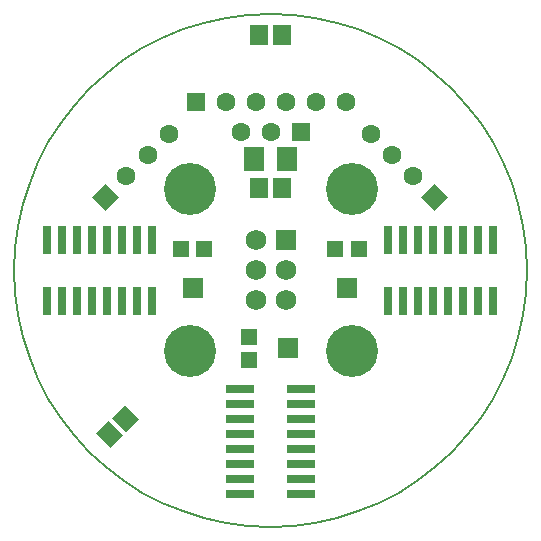
<source format=gbs>
G04 (created by PCBNEW-RS274X (2012-jan-04)-stable) date Sat 12 May 2012 01:24:23 PM CEST*
G01*
G70*
G90*
%MOIN*%
G04 Gerber Fmt 3.4, Leading zero omitted, Abs format*
%FSLAX34Y34*%
G04 APERTURE LIST*
%ADD10C,0.006000*%
%ADD11C,0.008000*%
%ADD12R,0.063000X0.063000*%
%ADD13C,0.063000*%
%ADD14C,0.173400*%
%ADD15R,0.068000X0.068000*%
%ADD16C,0.068000*%
%ADD17R,0.031600X0.094600*%
%ADD18R,0.094600X0.031600*%
%ADD19R,0.059100X0.067000*%
%ADD20R,0.070900X0.078800*%
%ADD21R,0.055200X0.055200*%
%ADD22R,0.067100X0.071000*%
%ADD23R,0.071000X0.067100*%
G04 APERTURE END LIST*
G54D10*
G54D11*
X32750Y-19300D02*
X32005Y-19333D01*
X31266Y-19430D01*
X30538Y-19592D01*
X29826Y-19816D01*
X29137Y-20102D01*
X28476Y-20446D01*
X27846Y-20847D01*
X27255Y-21301D01*
X26705Y-21805D01*
X26201Y-22355D01*
X25747Y-22946D01*
X25346Y-23576D01*
X25002Y-24237D01*
X24716Y-24926D01*
X24492Y-25638D01*
X24330Y-26366D01*
X24233Y-27105D01*
X24200Y-27850D01*
X24200Y-27850D02*
X24233Y-28595D01*
X24330Y-29334D01*
X24492Y-30062D01*
X24716Y-30774D01*
X25002Y-31463D01*
X25346Y-32124D01*
X25747Y-32754D01*
X26201Y-33345D01*
X26705Y-33895D01*
X27255Y-34399D01*
X27846Y-34853D01*
X28476Y-35254D01*
X29137Y-35598D01*
X29826Y-35884D01*
X30538Y-36108D01*
X31266Y-36270D01*
X32005Y-36367D01*
X32750Y-36400D01*
X32750Y-36400D02*
X33495Y-36367D01*
X34234Y-36270D01*
X34962Y-36108D01*
X35674Y-35884D01*
X36363Y-35598D01*
X37025Y-35254D01*
X37654Y-34853D01*
X38245Y-34399D01*
X38795Y-33895D01*
X39299Y-33345D01*
X39753Y-32754D01*
X40154Y-32124D01*
X40498Y-31463D01*
X40784Y-30774D01*
X41008Y-30062D01*
X41170Y-29334D01*
X41267Y-28595D01*
X41300Y-27850D01*
X41300Y-27850D02*
X41267Y-27105D01*
X41170Y-26366D01*
X41008Y-25638D01*
X40784Y-24926D01*
X40498Y-24237D01*
X40154Y-23576D01*
X39753Y-22946D01*
X39299Y-22355D01*
X38795Y-21805D01*
X38245Y-21301D01*
X37654Y-20847D01*
X37025Y-20446D01*
X36363Y-20102D01*
X35674Y-19816D01*
X34962Y-19592D01*
X34234Y-19430D01*
X33495Y-19333D01*
X32750Y-19300D01*
G54D12*
X33750Y-23250D03*
G54D13*
X32750Y-23250D03*
X31750Y-23250D03*
G54D14*
X35450Y-30550D03*
X35450Y-25150D03*
X30050Y-25150D03*
X30050Y-30550D03*
G54D15*
X33250Y-26850D03*
G54D16*
X32250Y-26850D03*
X33250Y-27850D03*
X32250Y-27850D03*
X33250Y-28850D03*
X32250Y-28850D03*
G54D17*
X36650Y-26827D03*
X37150Y-26827D03*
X37650Y-26827D03*
X38150Y-26827D03*
X38650Y-26827D03*
X39150Y-26827D03*
X39650Y-26827D03*
X40150Y-26827D03*
X40150Y-28873D03*
X39650Y-28873D03*
X39150Y-28873D03*
X38650Y-28873D03*
X38150Y-28873D03*
X37650Y-28873D03*
X37150Y-28873D03*
X36650Y-28873D03*
X28800Y-28873D03*
X28300Y-28873D03*
X27800Y-28873D03*
X27300Y-28873D03*
X26800Y-28873D03*
X26300Y-28873D03*
X25800Y-28873D03*
X25300Y-28873D03*
X25300Y-26827D03*
X25800Y-26827D03*
X26300Y-26827D03*
X26800Y-26827D03*
X27300Y-26827D03*
X27800Y-26827D03*
X28300Y-26827D03*
X28800Y-26827D03*
G54D18*
X33773Y-31800D03*
X33773Y-32300D03*
X33773Y-32800D03*
X33773Y-33300D03*
X33773Y-33800D03*
X33773Y-34300D03*
X33773Y-34800D03*
X33773Y-35300D03*
X31727Y-35300D03*
X31727Y-34800D03*
X31727Y-34300D03*
X31727Y-33800D03*
X31727Y-33300D03*
X31727Y-32800D03*
X31727Y-32300D03*
X31727Y-31800D03*
G54D10*
G36*
X27414Y-33759D02*
X26941Y-33286D01*
X27358Y-32869D01*
X27831Y-33342D01*
X27414Y-33759D01*
X27414Y-33759D01*
G37*
G36*
X27942Y-33231D02*
X27469Y-32758D01*
X27886Y-32341D01*
X28359Y-32814D01*
X27942Y-33231D01*
X27942Y-33231D01*
G37*
G54D19*
X32376Y-25100D03*
X33124Y-25100D03*
G54D20*
X32199Y-24150D03*
X33301Y-24150D03*
G54D19*
X32376Y-20000D03*
X33124Y-20000D03*
G54D21*
X32041Y-30844D03*
X32041Y-30056D03*
G54D22*
X33321Y-30450D03*
G54D21*
X34906Y-27141D03*
X35694Y-27141D03*
G54D23*
X35300Y-28421D03*
G54D21*
X29756Y-27141D03*
X30544Y-27141D03*
G54D23*
X30150Y-28421D03*
G54D12*
X30250Y-22250D03*
G54D13*
X31250Y-22250D03*
X32250Y-22250D03*
X33250Y-22250D03*
X34250Y-22250D03*
X35250Y-22250D03*
G54D10*
G36*
X27239Y-25856D02*
X26794Y-25411D01*
X27239Y-24966D01*
X27684Y-25411D01*
X27239Y-25856D01*
X27239Y-25856D01*
G37*
G54D13*
X27946Y-24704D03*
X28654Y-23996D03*
X29361Y-23289D03*
G54D10*
G36*
X38656Y-25411D02*
X38211Y-25856D01*
X37766Y-25411D01*
X38211Y-24966D01*
X38656Y-25411D01*
X38656Y-25411D01*
G37*
G54D13*
X37504Y-24704D03*
X36796Y-23996D03*
X36089Y-23289D03*
M02*

</source>
